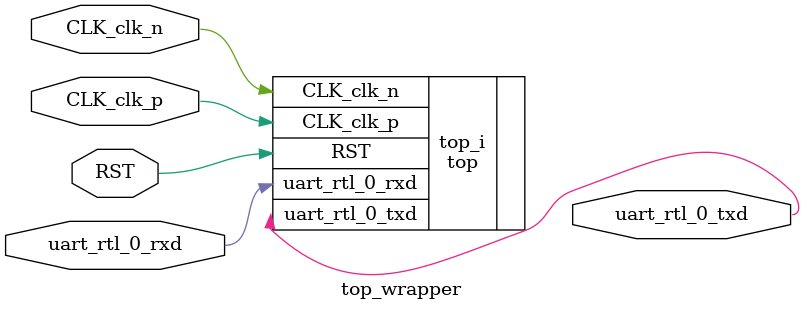
<source format=v>
`timescale 1 ps / 1 ps

module top_wrapper
   (CLK_clk_n,
    CLK_clk_p,
    RST,
    uart_rtl_0_rxd,
    uart_rtl_0_txd);
  input CLK_clk_n;
  input CLK_clk_p;
  input RST;
  input uart_rtl_0_rxd;
  output uart_rtl_0_txd;

  wire CLK_clk_n;
  wire CLK_clk_p;
  wire RST;
  wire uart_rtl_0_rxd;
  wire uart_rtl_0_txd;

  top top_i
       (.CLK_clk_n(CLK_clk_n),
        .CLK_clk_p(CLK_clk_p),
        .RST(RST),
        .uart_rtl_0_rxd(uart_rtl_0_rxd),
        .uart_rtl_0_txd(uart_rtl_0_txd));
endmodule

</source>
